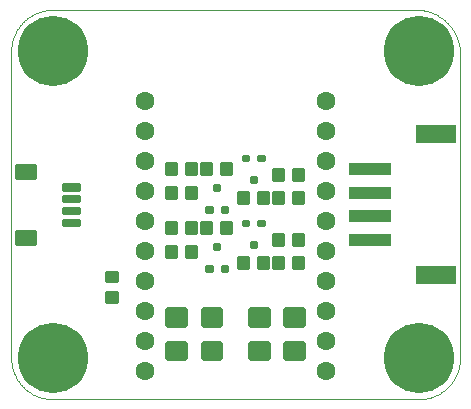
<source format=gts>
G75*
%MOIN*%
%OFA0B0*%
%FSLAX25Y25*%
%IPPOS*%
%LPD*%
%AMOC8*
5,1,8,0,0,1.08239X$1,22.5*
%
%ADD10C,0.00000*%
%ADD11C,0.01388*%
%ADD12R,0.14180X0.04337*%
%ADD13R,0.13786X0.06306*%
%ADD14C,0.00949*%
%ADD15C,0.01943*%
%ADD16C,0.06306*%
%ADD17C,0.01589*%
%ADD18C,0.00994*%
%ADD19C,0.23400*%
D10*
X0026276Y0011207D02*
X0148323Y0011207D01*
X0148656Y0011211D01*
X0148989Y0011223D01*
X0149321Y0011243D01*
X0149653Y0011271D01*
X0149984Y0011307D01*
X0150314Y0011352D01*
X0150643Y0011404D01*
X0150971Y0011464D01*
X0151297Y0011532D01*
X0151621Y0011607D01*
X0151943Y0011691D01*
X0152263Y0011782D01*
X0152581Y0011881D01*
X0152897Y0011988D01*
X0153209Y0012102D01*
X0153519Y0012224D01*
X0153826Y0012354D01*
X0154130Y0012490D01*
X0154430Y0012634D01*
X0154727Y0012785D01*
X0155020Y0012944D01*
X0155309Y0013109D01*
X0155594Y0013281D01*
X0155875Y0013460D01*
X0156151Y0013646D01*
X0156423Y0013839D01*
X0156690Y0014038D01*
X0156952Y0014243D01*
X0157209Y0014455D01*
X0157461Y0014673D01*
X0157707Y0014896D01*
X0157948Y0015126D01*
X0158184Y0015362D01*
X0158414Y0015603D01*
X0158637Y0015849D01*
X0158855Y0016101D01*
X0159067Y0016358D01*
X0159272Y0016620D01*
X0159471Y0016887D01*
X0159664Y0017159D01*
X0159850Y0017435D01*
X0160029Y0017716D01*
X0160201Y0018001D01*
X0160366Y0018290D01*
X0160525Y0018583D01*
X0160676Y0018880D01*
X0160820Y0019180D01*
X0160956Y0019484D01*
X0161086Y0019791D01*
X0161208Y0020101D01*
X0161322Y0020413D01*
X0161429Y0020729D01*
X0161528Y0021047D01*
X0161619Y0021367D01*
X0161703Y0021689D01*
X0161778Y0022013D01*
X0161846Y0022339D01*
X0161906Y0022667D01*
X0161958Y0022996D01*
X0162003Y0023326D01*
X0162039Y0023657D01*
X0162067Y0023989D01*
X0162087Y0024321D01*
X0162099Y0024654D01*
X0162103Y0024987D01*
X0162102Y0024987D02*
X0162102Y0127231D01*
X0162103Y0127231D02*
X0162075Y0127588D01*
X0162038Y0127943D01*
X0161993Y0128298D01*
X0161939Y0128652D01*
X0161877Y0129004D01*
X0161806Y0129354D01*
X0161727Y0129703D01*
X0161639Y0130050D01*
X0161543Y0130394D01*
X0161439Y0130736D01*
X0161326Y0131075D01*
X0161205Y0131412D01*
X0161076Y0131746D01*
X0160940Y0132076D01*
X0160795Y0132403D01*
X0160642Y0132726D01*
X0160482Y0133046D01*
X0160314Y0133361D01*
X0160138Y0133673D01*
X0159955Y0133980D01*
X0159764Y0134282D01*
X0159566Y0134580D01*
X0159361Y0134873D01*
X0159149Y0135161D01*
X0158931Y0135444D01*
X0158705Y0135721D01*
X0158473Y0135993D01*
X0158234Y0136260D01*
X0157989Y0136520D01*
X0157737Y0136774D01*
X0157480Y0137022D01*
X0157217Y0137264D01*
X0156948Y0137500D01*
X0156673Y0137729D01*
X0156393Y0137951D01*
X0156107Y0138166D01*
X0155817Y0138375D01*
X0155521Y0138576D01*
X0155221Y0138770D01*
X0154916Y0138957D01*
X0154607Y0139136D01*
X0154293Y0139308D01*
X0153975Y0139472D01*
X0153654Y0139629D01*
X0153329Y0139777D01*
X0153000Y0139918D01*
X0152668Y0140051D01*
X0152333Y0140176D01*
X0151995Y0140292D01*
X0151654Y0140401D01*
X0151311Y0140501D01*
X0150965Y0140593D01*
X0150618Y0140676D01*
X0150268Y0140751D01*
X0149917Y0140818D01*
X0149564Y0140876D01*
X0149210Y0140925D01*
X0148854Y0140966D01*
X0148498Y0140999D01*
X0148142Y0141022D01*
X0147784Y0141037D01*
X0147427Y0141044D01*
X0147069Y0141042D01*
X0146712Y0141031D01*
X0146355Y0141011D01*
X0146354Y0141010D02*
X0026276Y0141010D01*
X0026276Y0141011D02*
X0025943Y0141007D01*
X0025610Y0140995D01*
X0025278Y0140975D01*
X0024946Y0140947D01*
X0024615Y0140911D01*
X0024285Y0140866D01*
X0023956Y0140814D01*
X0023628Y0140754D01*
X0023302Y0140686D01*
X0022978Y0140611D01*
X0022656Y0140527D01*
X0022336Y0140436D01*
X0022018Y0140337D01*
X0021702Y0140230D01*
X0021390Y0140116D01*
X0021080Y0139994D01*
X0020773Y0139864D01*
X0020469Y0139728D01*
X0020169Y0139584D01*
X0019872Y0139433D01*
X0019579Y0139274D01*
X0019290Y0139109D01*
X0019005Y0138937D01*
X0018724Y0138758D01*
X0018448Y0138572D01*
X0018176Y0138379D01*
X0017909Y0138180D01*
X0017647Y0137975D01*
X0017390Y0137763D01*
X0017138Y0137545D01*
X0016892Y0137322D01*
X0016651Y0137092D01*
X0016415Y0136856D01*
X0016185Y0136615D01*
X0015962Y0136369D01*
X0015744Y0136117D01*
X0015532Y0135860D01*
X0015327Y0135598D01*
X0015128Y0135331D01*
X0014935Y0135059D01*
X0014749Y0134783D01*
X0014570Y0134502D01*
X0014398Y0134217D01*
X0014233Y0133928D01*
X0014074Y0133635D01*
X0013923Y0133338D01*
X0013779Y0133038D01*
X0013643Y0132734D01*
X0013513Y0132427D01*
X0013391Y0132117D01*
X0013277Y0131805D01*
X0013170Y0131489D01*
X0013071Y0131171D01*
X0012980Y0130851D01*
X0012896Y0130529D01*
X0012821Y0130205D01*
X0012753Y0129879D01*
X0012693Y0129551D01*
X0012641Y0129222D01*
X0012596Y0128892D01*
X0012560Y0128561D01*
X0012532Y0128229D01*
X0012512Y0127897D01*
X0012500Y0127564D01*
X0012496Y0127231D01*
X0012496Y0024987D01*
X0012500Y0024654D01*
X0012512Y0024321D01*
X0012532Y0023989D01*
X0012560Y0023657D01*
X0012596Y0023326D01*
X0012641Y0022996D01*
X0012693Y0022667D01*
X0012753Y0022339D01*
X0012821Y0022013D01*
X0012896Y0021689D01*
X0012980Y0021367D01*
X0013071Y0021047D01*
X0013170Y0020729D01*
X0013277Y0020413D01*
X0013391Y0020101D01*
X0013513Y0019791D01*
X0013643Y0019484D01*
X0013779Y0019180D01*
X0013923Y0018880D01*
X0014074Y0018583D01*
X0014233Y0018290D01*
X0014398Y0018001D01*
X0014570Y0017716D01*
X0014749Y0017435D01*
X0014935Y0017159D01*
X0015128Y0016887D01*
X0015327Y0016620D01*
X0015532Y0016358D01*
X0015744Y0016101D01*
X0015962Y0015849D01*
X0016185Y0015603D01*
X0016415Y0015362D01*
X0016651Y0015126D01*
X0016892Y0014896D01*
X0017138Y0014673D01*
X0017390Y0014455D01*
X0017647Y0014243D01*
X0017909Y0014038D01*
X0018176Y0013839D01*
X0018448Y0013646D01*
X0018724Y0013460D01*
X0019005Y0013281D01*
X0019290Y0013109D01*
X0019579Y0012944D01*
X0019872Y0012785D01*
X0020169Y0012634D01*
X0020469Y0012490D01*
X0020773Y0012354D01*
X0021080Y0012224D01*
X0021390Y0012102D01*
X0021702Y0011988D01*
X0022018Y0011881D01*
X0022336Y0011782D01*
X0022656Y0011691D01*
X0022978Y0011607D01*
X0023302Y0011532D01*
X0023628Y0011464D01*
X0023956Y0011404D01*
X0024285Y0011352D01*
X0024615Y0011307D01*
X0024946Y0011271D01*
X0025278Y0011243D01*
X0025610Y0011223D01*
X0025943Y0011211D01*
X0026276Y0011207D01*
D11*
X0047632Y0043788D02*
X0047632Y0046736D01*
X0047632Y0043788D02*
X0044290Y0043788D01*
X0044290Y0046736D01*
X0047632Y0046736D01*
X0047632Y0045107D02*
X0044290Y0045107D01*
X0044290Y0046426D02*
X0047632Y0046426D01*
X0047632Y0050481D02*
X0047632Y0053429D01*
X0047632Y0050481D02*
X0044290Y0050481D01*
X0044290Y0053429D01*
X0047632Y0053429D01*
X0047632Y0051800D02*
X0044290Y0051800D01*
X0044290Y0053119D02*
X0047632Y0053119D01*
X0064369Y0062091D02*
X0067317Y0062091D01*
X0067317Y0058749D01*
X0064369Y0058749D01*
X0064369Y0062091D01*
X0064369Y0060068D02*
X0067317Y0060068D01*
X0067317Y0061387D02*
X0064369Y0061387D01*
X0071061Y0062091D02*
X0074009Y0062091D01*
X0074009Y0058749D01*
X0071061Y0058749D01*
X0071061Y0062091D01*
X0071061Y0060068D02*
X0074009Y0060068D01*
X0074009Y0061387D02*
X0071061Y0061387D01*
X0071061Y0069965D02*
X0074009Y0069965D01*
X0074009Y0066623D01*
X0071061Y0066623D01*
X0071061Y0069965D01*
X0071061Y0067942D02*
X0074009Y0067942D01*
X0074009Y0069261D02*
X0071061Y0069261D01*
X0067317Y0069965D02*
X0064369Y0069965D01*
X0067317Y0069965D02*
X0067317Y0066623D01*
X0064369Y0066623D01*
X0064369Y0069965D01*
X0064369Y0067942D02*
X0067317Y0067942D01*
X0067317Y0069261D02*
X0064369Y0069261D01*
X0076180Y0069965D02*
X0079128Y0069965D01*
X0079128Y0066623D01*
X0076180Y0066623D01*
X0076180Y0069965D01*
X0076180Y0067942D02*
X0079128Y0067942D01*
X0079128Y0069261D02*
X0076180Y0069261D01*
X0082872Y0069965D02*
X0085820Y0069965D01*
X0085820Y0066623D01*
X0082872Y0066623D01*
X0082872Y0069965D01*
X0082872Y0067942D02*
X0085820Y0067942D01*
X0085820Y0069261D02*
X0082872Y0069261D01*
X0088384Y0076465D02*
X0091332Y0076465D01*
X0088384Y0076465D02*
X0088384Y0079807D01*
X0091332Y0079807D01*
X0091332Y0076465D01*
X0091332Y0077784D02*
X0088384Y0077784D01*
X0088384Y0079103D02*
X0091332Y0079103D01*
X0095077Y0076465D02*
X0098025Y0076465D01*
X0095077Y0076465D02*
X0095077Y0079807D01*
X0098025Y0079807D01*
X0098025Y0076465D01*
X0098025Y0077784D02*
X0095077Y0077784D01*
X0095077Y0079103D02*
X0098025Y0079103D01*
X0100195Y0076465D02*
X0103143Y0076465D01*
X0100195Y0076465D02*
X0100195Y0079807D01*
X0103143Y0079807D01*
X0103143Y0076465D01*
X0103143Y0077784D02*
X0100195Y0077784D01*
X0100195Y0079103D02*
X0103143Y0079103D01*
X0106888Y0076465D02*
X0109836Y0076465D01*
X0106888Y0076465D02*
X0106888Y0079807D01*
X0109836Y0079807D01*
X0109836Y0076465D01*
X0109836Y0077784D02*
X0106888Y0077784D01*
X0106888Y0079103D02*
X0109836Y0079103D01*
X0109836Y0084339D02*
X0106888Y0084339D01*
X0106888Y0087681D01*
X0109836Y0087681D01*
X0109836Y0084339D01*
X0109836Y0085658D02*
X0106888Y0085658D01*
X0106888Y0086977D02*
X0109836Y0086977D01*
X0103143Y0084339D02*
X0100195Y0084339D01*
X0100195Y0087681D01*
X0103143Y0087681D01*
X0103143Y0084339D01*
X0103143Y0085658D02*
X0100195Y0085658D01*
X0100195Y0086977D02*
X0103143Y0086977D01*
X0085820Y0089650D02*
X0082872Y0089650D01*
X0085820Y0089650D02*
X0085820Y0086308D01*
X0082872Y0086308D01*
X0082872Y0089650D01*
X0082872Y0087627D02*
X0085820Y0087627D01*
X0085820Y0088946D02*
X0082872Y0088946D01*
X0079128Y0089650D02*
X0076180Y0089650D01*
X0079128Y0089650D02*
X0079128Y0086308D01*
X0076180Y0086308D01*
X0076180Y0089650D01*
X0076180Y0087627D02*
X0079128Y0087627D01*
X0079128Y0088946D02*
X0076180Y0088946D01*
X0074009Y0089650D02*
X0071061Y0089650D01*
X0074009Y0089650D02*
X0074009Y0086308D01*
X0071061Y0086308D01*
X0071061Y0089650D01*
X0071061Y0087627D02*
X0074009Y0087627D01*
X0074009Y0088946D02*
X0071061Y0088946D01*
X0067317Y0089650D02*
X0064369Y0089650D01*
X0067317Y0089650D02*
X0067317Y0086308D01*
X0064369Y0086308D01*
X0064369Y0089650D01*
X0064369Y0087627D02*
X0067317Y0087627D01*
X0067317Y0088946D02*
X0064369Y0088946D01*
X0064369Y0081776D02*
X0067317Y0081776D01*
X0067317Y0078434D01*
X0064369Y0078434D01*
X0064369Y0081776D01*
X0064369Y0079753D02*
X0067317Y0079753D01*
X0067317Y0081072D02*
X0064369Y0081072D01*
X0071061Y0081776D02*
X0074009Y0081776D01*
X0074009Y0078434D01*
X0071061Y0078434D01*
X0071061Y0081776D01*
X0071061Y0079753D02*
X0074009Y0079753D01*
X0074009Y0081072D02*
X0071061Y0081072D01*
X0100195Y0062686D02*
X0103143Y0062686D01*
X0100195Y0062686D02*
X0100195Y0066028D01*
X0103143Y0066028D01*
X0103143Y0062686D01*
X0103143Y0064005D02*
X0100195Y0064005D01*
X0100195Y0065324D02*
X0103143Y0065324D01*
X0106888Y0062686D02*
X0109836Y0062686D01*
X0106888Y0062686D02*
X0106888Y0066028D01*
X0109836Y0066028D01*
X0109836Y0062686D01*
X0109836Y0064005D02*
X0106888Y0064005D01*
X0106888Y0065324D02*
X0109836Y0065324D01*
X0109836Y0054812D02*
X0106888Y0054812D01*
X0106888Y0058154D01*
X0109836Y0058154D01*
X0109836Y0054812D01*
X0109836Y0056131D02*
X0106888Y0056131D01*
X0106888Y0057450D02*
X0109836Y0057450D01*
X0103143Y0054812D02*
X0100195Y0054812D01*
X0100195Y0058154D01*
X0103143Y0058154D01*
X0103143Y0054812D01*
X0103143Y0056131D02*
X0100195Y0056131D01*
X0100195Y0057450D02*
X0103143Y0057450D01*
X0098025Y0054812D02*
X0095077Y0054812D01*
X0095077Y0058154D01*
X0098025Y0058154D01*
X0098025Y0054812D01*
X0098025Y0056131D02*
X0095077Y0056131D01*
X0095077Y0057450D02*
X0098025Y0057450D01*
X0091332Y0054812D02*
X0088384Y0054812D01*
X0088384Y0058154D01*
X0091332Y0058154D01*
X0091332Y0054812D01*
X0091332Y0056131D02*
X0088384Y0056131D01*
X0088384Y0057450D02*
X0091332Y0057450D01*
D12*
X0132181Y0064357D03*
X0132181Y0072231D03*
X0132181Y0080105D03*
X0132181Y0087979D03*
D13*
X0154031Y0099593D03*
X0154031Y0052743D03*
D14*
X0096671Y0070775D02*
X0094857Y0070775D01*
X0096671Y0070775D02*
X0096671Y0069159D01*
X0094857Y0069159D01*
X0094857Y0070775D01*
X0094857Y0070061D02*
X0096671Y0070061D01*
X0091553Y0070775D02*
X0089739Y0070775D01*
X0091553Y0070775D02*
X0091553Y0069159D01*
X0089739Y0069159D01*
X0089739Y0070775D01*
X0089739Y0070061D02*
X0091553Y0070061D01*
X0084466Y0073687D02*
X0082652Y0073687D01*
X0082652Y0075303D01*
X0084466Y0075303D01*
X0084466Y0073687D01*
X0084466Y0074589D02*
X0082652Y0074589D01*
X0079348Y0073687D02*
X0077534Y0073687D01*
X0077534Y0075303D01*
X0079348Y0075303D01*
X0079348Y0073687D01*
X0079348Y0074589D02*
X0077534Y0074589D01*
X0080093Y0080970D02*
X0081907Y0080970D01*
X0080093Y0080970D02*
X0080093Y0082586D01*
X0081907Y0082586D01*
X0081907Y0080970D01*
X0081907Y0081872D02*
X0080093Y0081872D01*
X0092298Y0085145D02*
X0094112Y0085145D01*
X0094112Y0083529D01*
X0092298Y0083529D01*
X0092298Y0085145D01*
X0092298Y0084431D02*
X0094112Y0084431D01*
X0094857Y0092429D02*
X0096671Y0092429D01*
X0096671Y0090813D01*
X0094857Y0090813D01*
X0094857Y0092429D01*
X0094857Y0091715D02*
X0096671Y0091715D01*
X0091553Y0092429D02*
X0089739Y0092429D01*
X0091553Y0092429D02*
X0091553Y0090813D01*
X0089739Y0090813D01*
X0089739Y0092429D01*
X0089739Y0091715D02*
X0091553Y0091715D01*
X0092298Y0063492D02*
X0094112Y0063492D01*
X0094112Y0061876D01*
X0092298Y0061876D01*
X0092298Y0063492D01*
X0092298Y0062778D02*
X0094112Y0062778D01*
X0081907Y0061285D02*
X0080093Y0061285D01*
X0080093Y0062901D01*
X0081907Y0062901D01*
X0081907Y0061285D01*
X0081907Y0062187D02*
X0080093Y0062187D01*
X0079348Y0054002D02*
X0077534Y0054002D01*
X0077534Y0055618D01*
X0079348Y0055618D01*
X0079348Y0054002D01*
X0079348Y0054904D02*
X0077534Y0054904D01*
X0082652Y0054002D02*
X0084466Y0054002D01*
X0082652Y0054002D02*
X0082652Y0055618D01*
X0084466Y0055618D01*
X0084466Y0054002D01*
X0084466Y0054904D02*
X0082652Y0054904D01*
D15*
X0076647Y0040837D02*
X0076647Y0036081D01*
X0076647Y0040837D02*
X0082203Y0040837D01*
X0082203Y0036081D01*
X0076647Y0036081D01*
X0076647Y0037927D02*
X0082203Y0037927D01*
X0082203Y0039773D02*
X0076647Y0039773D01*
X0064836Y0040837D02*
X0064836Y0036081D01*
X0064836Y0040837D02*
X0070392Y0040837D01*
X0070392Y0036081D01*
X0064836Y0036081D01*
X0064836Y0037927D02*
X0070392Y0037927D01*
X0070392Y0039773D02*
X0064836Y0039773D01*
X0064836Y0029640D02*
X0064836Y0024884D01*
X0064836Y0029640D02*
X0070392Y0029640D01*
X0070392Y0024884D01*
X0064836Y0024884D01*
X0064836Y0026730D02*
X0070392Y0026730D01*
X0070392Y0028576D02*
X0064836Y0028576D01*
X0076647Y0029640D02*
X0076647Y0024884D01*
X0076647Y0029640D02*
X0082203Y0029640D01*
X0082203Y0024884D01*
X0076647Y0024884D01*
X0076647Y0026730D02*
X0082203Y0026730D01*
X0082203Y0028576D02*
X0076647Y0028576D01*
X0092395Y0029640D02*
X0092395Y0024884D01*
X0092395Y0029640D02*
X0097951Y0029640D01*
X0097951Y0024884D01*
X0092395Y0024884D01*
X0092395Y0026730D02*
X0097951Y0026730D01*
X0097951Y0028576D02*
X0092395Y0028576D01*
X0104206Y0029640D02*
X0104206Y0024884D01*
X0104206Y0029640D02*
X0109762Y0029640D01*
X0109762Y0024884D01*
X0104206Y0024884D01*
X0104206Y0026730D02*
X0109762Y0026730D01*
X0109762Y0028576D02*
X0104206Y0028576D01*
X0104206Y0036081D02*
X0104206Y0040837D01*
X0109762Y0040837D01*
X0109762Y0036081D01*
X0104206Y0036081D01*
X0104206Y0037927D02*
X0109762Y0037927D01*
X0109762Y0039773D02*
X0104206Y0039773D01*
X0092395Y0040837D02*
X0092395Y0036081D01*
X0092395Y0040837D02*
X0097951Y0040837D01*
X0097951Y0036081D01*
X0092395Y0036081D01*
X0092395Y0037927D02*
X0097951Y0037927D01*
X0097951Y0039773D02*
X0092395Y0039773D01*
D16*
X0117349Y0040662D03*
X0117349Y0030662D03*
X0117349Y0020662D03*
X0117349Y0050662D03*
X0117349Y0060662D03*
X0117349Y0070662D03*
X0117349Y0080662D03*
X0117349Y0090662D03*
X0117349Y0100662D03*
X0117349Y0110662D03*
X0057249Y0110662D03*
X0057249Y0100662D03*
X0057249Y0090662D03*
X0057249Y0080662D03*
X0057249Y0070662D03*
X0057249Y0060662D03*
X0057249Y0050662D03*
X0057249Y0040662D03*
X0057249Y0030662D03*
X0057249Y0020662D03*
D17*
X0020189Y0063298D02*
X0020189Y0066834D01*
X0020189Y0063298D02*
X0014291Y0063298D01*
X0014291Y0066834D01*
X0020189Y0066834D01*
X0020189Y0064808D02*
X0014291Y0064808D01*
X0014291Y0066318D02*
X0020189Y0066318D01*
X0020189Y0085345D02*
X0020189Y0088881D01*
X0020189Y0085345D02*
X0014291Y0085345D01*
X0014291Y0088881D01*
X0020189Y0088881D01*
X0020189Y0086855D02*
X0014291Y0086855D01*
X0014291Y0088365D02*
X0020189Y0088365D01*
D18*
X0035250Y0082879D02*
X0035250Y0081111D01*
X0029742Y0081111D01*
X0029742Y0082879D01*
X0035250Y0082879D01*
X0035250Y0082055D02*
X0029742Y0082055D01*
X0035250Y0078942D02*
X0035250Y0077174D01*
X0029742Y0077174D01*
X0029742Y0078942D01*
X0035250Y0078942D01*
X0035250Y0078118D02*
X0029742Y0078118D01*
X0035250Y0075005D02*
X0035250Y0073237D01*
X0029742Y0073237D01*
X0029742Y0075005D01*
X0035250Y0075005D01*
X0035250Y0074181D02*
X0029742Y0074181D01*
X0035250Y0071068D02*
X0035250Y0069300D01*
X0029742Y0069300D01*
X0029742Y0071068D01*
X0035250Y0071068D01*
X0035250Y0070244D02*
X0029742Y0070244D01*
D19*
X0026276Y0024987D03*
X0148323Y0024987D03*
X0148323Y0127349D03*
X0026276Y0127349D03*
M02*

</source>
